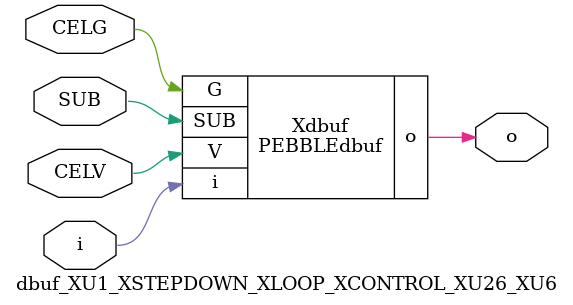
<source format=v>



module PEBBLEdbuf ( o, G, SUB, V, i );

  input V;
  input i;
  input G;
  output o;
  input SUB;
endmodule

//Celera Confidential Do Not Copy dbuf_XU1_XSTEPDOWN_XLOOP_XCONTROL_XU26_XU6
//Celera Confidential Symbol Generator
//Digital Buffer
module dbuf_XU1_XSTEPDOWN_XLOOP_XCONTROL_XU26_XU6 (CELV,CELG,i,o,SUB);
input CELV;
input CELG;
input i;
input SUB;
output o;

//Celera Confidential Do Not Copy dbuf
PEBBLEdbuf Xdbuf(
.V (CELV),
.i (i),
.o (o),
.SUB (SUB),
.G (CELG)
);
//,diesize,PEBBLEdbuf

//Celera Confidential Do Not Copy Module End
//Celera Schematic Generator
endmodule

</source>
